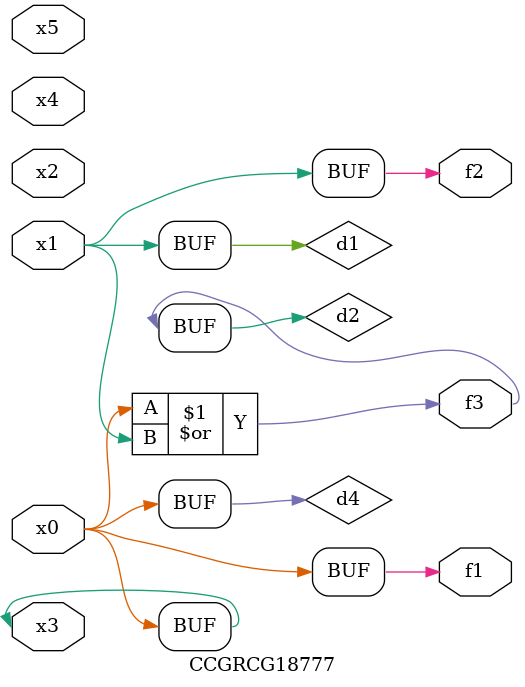
<source format=v>
module CCGRCG18777(
	input x0, x1, x2, x3, x4, x5,
	output f1, f2, f3
);

	wire d1, d2, d3, d4;

	and (d1, x1);
	or (d2, x0, x1);
	nand (d3, x0, x5);
	buf (d4, x0, x3);
	assign f1 = d4;
	assign f2 = d1;
	assign f3 = d2;
endmodule

</source>
